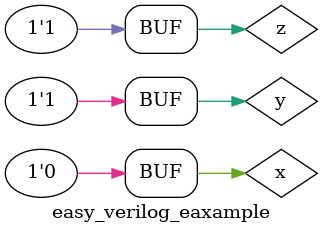
<source format=v>
module easy_verilog_eaxample();
    reg x = 1'b0;
    reg y = 1'b1;
    reg z;

    // A procedure example
    always @(z) begin
        $display("x=%b, y=%b, z=%b", x, y, z);
    end

    // Another procedure
    initial begin
        #2;             // wait 2 time units
        z = x ^ y;      // bit-wise XOR between the 1 bit variables x and y
        #10;            // wait 10 time units
        y = 0;
        z = x | y;
        #10;
        z = ~z;
        #10;

    end

endmodule
</source>
